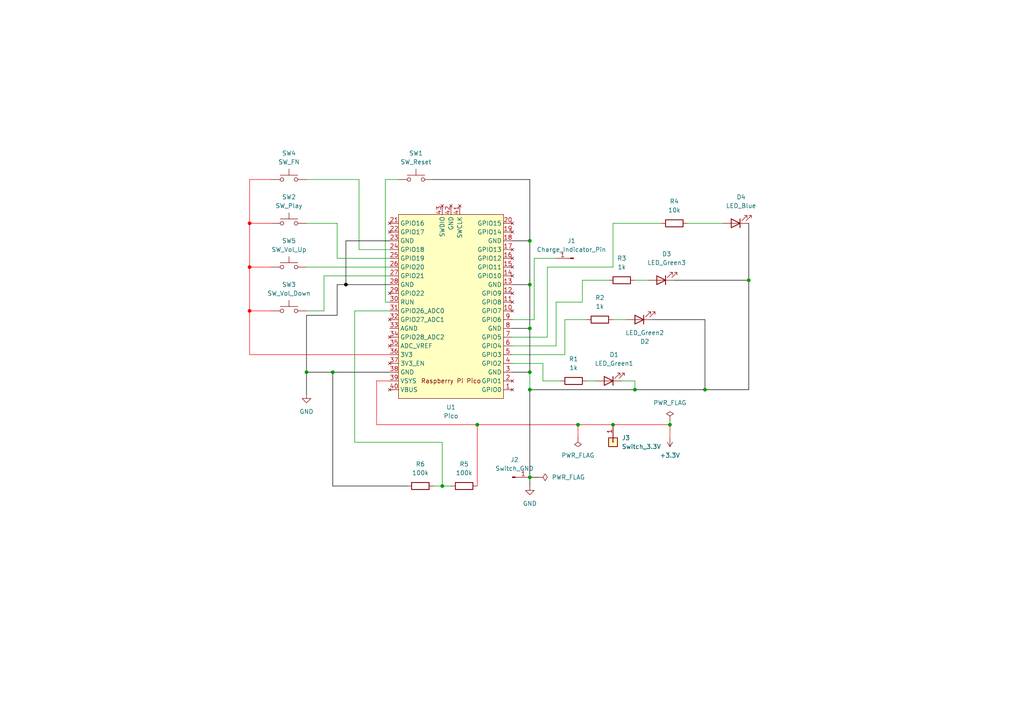
<source format=kicad_sch>
(kicad_sch (version 20230121) (generator eeschema)

  (uuid 99107eca-4d1f-4815-90b8-9905935bdf09)

  (paper "A4")

  (title_block
    (title "Raspberry PI Pico HID Remote")
    (date "2023-10-25")
    (rev "2.0.0")
    (company "Vlad Balmos")
  )

  (lib_symbols
    (symbol "Connector:Conn_01x01_Pin" (pin_names (offset 1.016) hide) (in_bom yes) (on_board yes)
      (property "Reference" "J" (at 0 2.54 0)
        (effects (font (size 1.27 1.27)))
      )
      (property "Value" "Conn_01x01_Pin" (at 0 -2.54 0)
        (effects (font (size 1.27 1.27)))
      )
      (property "Footprint" "" (at 0 0 0)
        (effects (font (size 1.27 1.27)) hide)
      )
      (property "Datasheet" "~" (at 0 0 0)
        (effects (font (size 1.27 1.27)) hide)
      )
      (property "ki_locked" "" (at 0 0 0)
        (effects (font (size 1.27 1.27)))
      )
      (property "ki_keywords" "connector" (at 0 0 0)
        (effects (font (size 1.27 1.27)) hide)
      )
      (property "ki_description" "Generic connector, single row, 01x01, script generated" (at 0 0 0)
        (effects (font (size 1.27 1.27)) hide)
      )
      (property "ki_fp_filters" "Connector*:*_1x??_*" (at 0 0 0)
        (effects (font (size 1.27 1.27)) hide)
      )
      (symbol "Conn_01x01_Pin_1_1"
        (polyline
          (pts
            (xy 1.27 0)
            (xy 0.8636 0)
          )
          (stroke (width 0.1524) (type default))
          (fill (type none))
        )
        (rectangle (start 0.8636 0.127) (end 0 -0.127)
          (stroke (width 0.1524) (type default))
          (fill (type outline))
        )
        (pin passive line (at 5.08 0 180) (length 3.81)
          (name "Pin_1" (effects (font (size 1.27 1.27))))
          (number "1" (effects (font (size 1.27 1.27))))
        )
      )
    )
    (symbol "Connector_Generic:Conn_01x01" (pin_names (offset 1.016) hide) (in_bom yes) (on_board yes)
      (property "Reference" "J" (at 0 2.54 0)
        (effects (font (size 1.27 1.27)))
      )
      (property "Value" "Conn_01x01" (at 0 -2.54 0)
        (effects (font (size 1.27 1.27)))
      )
      (property "Footprint" "" (at 0 0 0)
        (effects (font (size 1.27 1.27)) hide)
      )
      (property "Datasheet" "~" (at 0 0 0)
        (effects (font (size 1.27 1.27)) hide)
      )
      (property "ki_keywords" "connector" (at 0 0 0)
        (effects (font (size 1.27 1.27)) hide)
      )
      (property "ki_description" "Generic connector, single row, 01x01, script generated (kicad-library-utils/schlib/autogen/connector/)" (at 0 0 0)
        (effects (font (size 1.27 1.27)) hide)
      )
      (property "ki_fp_filters" "Connector*:*_1x??_*" (at 0 0 0)
        (effects (font (size 1.27 1.27)) hide)
      )
      (symbol "Conn_01x01_1_1"
        (rectangle (start -1.27 0.127) (end 0 -0.127)
          (stroke (width 0.1524) (type default))
          (fill (type none))
        )
        (rectangle (start -1.27 1.27) (end 1.27 -1.27)
          (stroke (width 0.254) (type default))
          (fill (type background))
        )
        (pin passive line (at -5.08 0 0) (length 3.81)
          (name "Pin_1" (effects (font (size 1.27 1.27))))
          (number "1" (effects (font (size 1.27 1.27))))
        )
      )
    )
    (symbol "Device:LED" (pin_numbers hide) (pin_names (offset 1.016) hide) (in_bom yes) (on_board yes)
      (property "Reference" "D" (at 0 2.54 0)
        (effects (font (size 1.27 1.27)))
      )
      (property "Value" "LED" (at 0 -2.54 0)
        (effects (font (size 1.27 1.27)))
      )
      (property "Footprint" "" (at 0 0 0)
        (effects (font (size 1.27 1.27)) hide)
      )
      (property "Datasheet" "~" (at 0 0 0)
        (effects (font (size 1.27 1.27)) hide)
      )
      (property "ki_keywords" "LED diode" (at 0 0 0)
        (effects (font (size 1.27 1.27)) hide)
      )
      (property "ki_description" "Light emitting diode" (at 0 0 0)
        (effects (font (size 1.27 1.27)) hide)
      )
      (property "ki_fp_filters" "LED* LED_SMD:* LED_THT:*" (at 0 0 0)
        (effects (font (size 1.27 1.27)) hide)
      )
      (symbol "LED_0_1"
        (polyline
          (pts
            (xy -1.27 -1.27)
            (xy -1.27 1.27)
          )
          (stroke (width 0.254) (type default))
          (fill (type none))
        )
        (polyline
          (pts
            (xy -1.27 0)
            (xy 1.27 0)
          )
          (stroke (width 0) (type default))
          (fill (type none))
        )
        (polyline
          (pts
            (xy 1.27 -1.27)
            (xy 1.27 1.27)
            (xy -1.27 0)
            (xy 1.27 -1.27)
          )
          (stroke (width 0.254) (type default))
          (fill (type none))
        )
        (polyline
          (pts
            (xy -3.048 -0.762)
            (xy -4.572 -2.286)
            (xy -3.81 -2.286)
            (xy -4.572 -2.286)
            (xy -4.572 -1.524)
          )
          (stroke (width 0) (type default))
          (fill (type none))
        )
        (polyline
          (pts
            (xy -1.778 -0.762)
            (xy -3.302 -2.286)
            (xy -2.54 -2.286)
            (xy -3.302 -2.286)
            (xy -3.302 -1.524)
          )
          (stroke (width 0) (type default))
          (fill (type none))
        )
      )
      (symbol "LED_1_1"
        (pin passive line (at -3.81 0 0) (length 2.54)
          (name "K" (effects (font (size 1.27 1.27))))
          (number "1" (effects (font (size 1.27 1.27))))
        )
        (pin passive line (at 3.81 0 180) (length 2.54)
          (name "A" (effects (font (size 1.27 1.27))))
          (number "2" (effects (font (size 1.27 1.27))))
        )
      )
    )
    (symbol "Device:R" (pin_numbers hide) (pin_names (offset 0)) (in_bom yes) (on_board yes)
      (property "Reference" "R" (at 2.032 0 90)
        (effects (font (size 1.27 1.27)))
      )
      (property "Value" "R" (at 0 0 90)
        (effects (font (size 1.27 1.27)))
      )
      (property "Footprint" "" (at -1.778 0 90)
        (effects (font (size 1.27 1.27)) hide)
      )
      (property "Datasheet" "~" (at 0 0 0)
        (effects (font (size 1.27 1.27)) hide)
      )
      (property "ki_keywords" "R res resistor" (at 0 0 0)
        (effects (font (size 1.27 1.27)) hide)
      )
      (property "ki_description" "Resistor" (at 0 0 0)
        (effects (font (size 1.27 1.27)) hide)
      )
      (property "ki_fp_filters" "R_*" (at 0 0 0)
        (effects (font (size 1.27 1.27)) hide)
      )
      (symbol "R_0_1"
        (rectangle (start -1.016 -2.54) (end 1.016 2.54)
          (stroke (width 0.254) (type default))
          (fill (type none))
        )
      )
      (symbol "R_1_1"
        (pin passive line (at 0 3.81 270) (length 1.27)
          (name "~" (effects (font (size 1.27 1.27))))
          (number "1" (effects (font (size 1.27 1.27))))
        )
        (pin passive line (at 0 -3.81 90) (length 1.27)
          (name "~" (effects (font (size 1.27 1.27))))
          (number "2" (effects (font (size 1.27 1.27))))
        )
      )
    )
    (symbol "MCU_RaspberryPi_and_Boards:Pico" (in_bom yes) (on_board yes)
      (property "Reference" "U1" (at 0 29.21 0)
        (effects (font (size 1.27 1.27)))
      )
      (property "Value" "Pico" (at 0 31.75 0)
        (effects (font (size 1.27 1.27)))
      )
      (property "Footprint" "RPi_Pico:RPi_Pico_SMD_TH" (at 0 0 90)
        (effects (font (size 1.27 1.27)) hide)
      )
      (property "Datasheet" "" (at 0 0 0)
        (effects (font (size 1.27 1.27)) hide)
      )
      (symbol "Pico_0_0"
        (text "Raspberry Pi Pico" (at 0 21.59 0)
          (effects (font (size 1.27 1.27)))
        )
      )
      (symbol "Pico_0_1"
        (rectangle (start -15.24 26.67) (end 15.24 -26.67)
          (stroke (width 0) (type default))
          (fill (type background))
        )
      )
      (symbol "Pico_1_1"
        (pin no_connect line (at -17.78 24.13 0) (length 2.54)
          (name "GPIO0" (effects (font (size 1.27 1.27))))
          (number "1" (effects (font (size 1.27 1.27))))
        )
        (pin no_connect line (at -17.78 1.27 0) (length 2.54)
          (name "GPIO7" (effects (font (size 1.27 1.27))))
          (number "10" (effects (font (size 1.27 1.27))))
        )
        (pin no_connect line (at -17.78 -1.27 0) (length 2.54)
          (name "GPIO8" (effects (font (size 1.27 1.27))))
          (number "11" (effects (font (size 1.27 1.27))))
        )
        (pin no_connect line (at -17.78 -3.81 0) (length 2.54)
          (name "GPIO9" (effects (font (size 1.27 1.27))))
          (number "12" (effects (font (size 1.27 1.27))))
        )
        (pin bidirectional line (at -17.78 -6.35 0) (length 2.54)
          (name "GND" (effects (font (size 1.27 1.27))))
          (number "13" (effects (font (size 1.27 1.27))))
        )
        (pin no_connect line (at -17.78 -8.89 0) (length 2.54)
          (name "GPIO10" (effects (font (size 1.27 1.27))))
          (number "14" (effects (font (size 1.27 1.27))))
        )
        (pin no_connect line (at -17.78 -11.43 0) (length 2.54)
          (name "GPIO11" (effects (font (size 1.27 1.27))))
          (number "15" (effects (font (size 1.27 1.27))))
        )
        (pin no_connect line (at -17.78 -13.97 0) (length 2.54)
          (name "GPIO12" (effects (font (size 1.27 1.27))))
          (number "16" (effects (font (size 1.27 1.27))))
        )
        (pin no_connect line (at -17.78 -16.51 0) (length 2.54)
          (name "GPIO13" (effects (font (size 1.27 1.27))))
          (number "17" (effects (font (size 1.27 1.27))))
        )
        (pin bidirectional line (at -17.78 -19.05 0) (length 2.54)
          (name "GND" (effects (font (size 1.27 1.27))))
          (number "18" (effects (font (size 1.27 1.27))))
        )
        (pin no_connect line (at -17.78 -21.59 0) (length 2.54)
          (name "GPIO14" (effects (font (size 1.27 1.27))))
          (number "19" (effects (font (size 1.27 1.27))))
        )
        (pin no_connect line (at -17.78 21.59 0) (length 2.54)
          (name "GPIO1" (effects (font (size 1.27 1.27))))
          (number "2" (effects (font (size 1.27 1.27))))
        )
        (pin no_connect line (at -17.78 -24.13 0) (length 2.54)
          (name "GPIO15" (effects (font (size 1.27 1.27))))
          (number "20" (effects (font (size 1.27 1.27))))
        )
        (pin no_connect line (at 17.78 -24.13 180) (length 2.54)
          (name "GPIO16" (effects (font (size 1.27 1.27))))
          (number "21" (effects (font (size 1.27 1.27))))
        )
        (pin no_connect line (at 17.78 -21.59 180) (length 2.54)
          (name "GPIO17" (effects (font (size 1.27 1.27))))
          (number "22" (effects (font (size 1.27 1.27))))
        )
        (pin bidirectional line (at 17.78 -19.05 180) (length 2.54)
          (name "GND" (effects (font (size 1.27 1.27))))
          (number "23" (effects (font (size 1.27 1.27))))
        )
        (pin bidirectional line (at 17.78 -16.51 180) (length 2.54)
          (name "GPIO18" (effects (font (size 1.27 1.27))))
          (number "24" (effects (font (size 1.27 1.27))))
        )
        (pin bidirectional line (at 17.78 -13.97 180) (length 2.54)
          (name "GPIO19" (effects (font (size 1.27 1.27))))
          (number "25" (effects (font (size 1.27 1.27))))
        )
        (pin bidirectional line (at 17.78 -11.43 180) (length 2.54)
          (name "GPIO20" (effects (font (size 1.27 1.27))))
          (number "26" (effects (font (size 1.27 1.27))))
        )
        (pin bidirectional line (at 17.78 -8.89 180) (length 2.54)
          (name "GPIO21" (effects (font (size 1.27 1.27))))
          (number "27" (effects (font (size 1.27 1.27))))
        )
        (pin bidirectional line (at 17.78 -6.35 180) (length 2.54)
          (name "GND" (effects (font (size 1.27 1.27))))
          (number "28" (effects (font (size 1.27 1.27))))
        )
        (pin no_connect line (at 17.78 -3.81 180) (length 2.54)
          (name "GPIO22" (effects (font (size 1.27 1.27))))
          (number "29" (effects (font (size 1.27 1.27))))
        )
        (pin bidirectional line (at -17.78 19.05 0) (length 2.54)
          (name "GND" (effects (font (size 1.27 1.27))))
          (number "3" (effects (font (size 1.27 1.27))))
        )
        (pin input line (at 17.78 -1.27 180) (length 2.54)
          (name "RUN" (effects (font (size 1.27 1.27))))
          (number "30" (effects (font (size 1.27 1.27))))
        )
        (pin bidirectional line (at 17.78 1.27 180) (length 2.54)
          (name "GPIO26_ADC0" (effects (font (size 1.27 1.27))))
          (number "31" (effects (font (size 1.27 1.27))))
        )
        (pin no_connect line (at 17.78 3.81 180) (length 2.54)
          (name "GPIO27_ADC1" (effects (font (size 1.27 1.27))))
          (number "32" (effects (font (size 1.27 1.27))))
        )
        (pin bidirectional line (at 17.78 6.35 180) (length 2.54)
          (name "AGND" (effects (font (size 1.27 1.27))))
          (number "33" (effects (font (size 1.27 1.27))))
        )
        (pin no_connect line (at 17.78 8.89 180) (length 2.54)
          (name "GPIO28_ADC2" (effects (font (size 1.27 1.27))))
          (number "34" (effects (font (size 1.27 1.27))))
        )
        (pin no_connect line (at 17.78 11.43 180) (length 2.54)
          (name "ADC_VREF" (effects (font (size 1.27 1.27))))
          (number "35" (effects (font (size 1.27 1.27))))
        )
        (pin power_out line (at 17.78 13.97 180) (length 2.54)
          (name "3V3" (effects (font (size 1.27 1.27))))
          (number "36" (effects (font (size 1.27 1.27))))
        )
        (pin no_connect line (at 17.78 16.51 180) (length 2.54)
          (name "3V3_EN" (effects (font (size 1.27 1.27))))
          (number "37" (effects (font (size 1.27 1.27))))
        )
        (pin bidirectional line (at 17.78 19.05 180) (length 2.54)
          (name "GND" (effects (font (size 1.27 1.27))))
          (number "38" (effects (font (size 1.27 1.27))))
        )
        (pin power_in line (at 17.78 21.59 180) (length 2.54)
          (name "VSYS" (effects (font (size 1.27 1.27))))
          (number "39" (effects (font (size 1.27 1.27))))
        )
        (pin bidirectional line (at -17.78 16.51 0) (length 2.54)
          (name "GPIO2" (effects (font (size 1.27 1.27))))
          (number "4" (effects (font (size 1.27 1.27))))
        )
        (pin no_connect line (at 17.78 24.13 180) (length 2.54)
          (name "VBUS" (effects (font (size 1.27 1.27))))
          (number "40" (effects (font (size 1.27 1.27))))
        )
        (pin no_connect line (at -2.54 -29.21 90) (length 2.54)
          (name "SWCLK" (effects (font (size 1.27 1.27))))
          (number "41" (effects (font (size 1.27 1.27))))
        )
        (pin no_connect line (at 0 -29.21 90) (length 2.54)
          (name "GND" (effects (font (size 1.27 1.27))))
          (number "42" (effects (font (size 1.27 1.27))))
        )
        (pin no_connect line (at 2.54 -29.21 90) (length 2.54)
          (name "SWDIO" (effects (font (size 1.27 1.27))))
          (number "43" (effects (font (size 1.27 1.27))))
        )
        (pin bidirectional line (at -17.78 13.97 0) (length 2.54)
          (name "GPIO3" (effects (font (size 1.27 1.27))))
          (number "5" (effects (font (size 1.27 1.27))))
        )
        (pin bidirectional line (at -17.78 11.43 0) (length 2.54)
          (name "GPIO4" (effects (font (size 1.27 1.27))))
          (number "6" (effects (font (size 1.27 1.27))))
        )
        (pin bidirectional line (at -17.78 8.89 0) (length 2.54)
          (name "GPIO5" (effects (font (size 1.27 1.27))))
          (number "7" (effects (font (size 1.27 1.27))))
        )
        (pin bidirectional line (at -17.78 6.35 0) (length 2.54)
          (name "GND" (effects (font (size 1.27 1.27))))
          (number "8" (effects (font (size 1.27 1.27))))
        )
        (pin bidirectional line (at -17.78 3.81 0) (length 2.54)
          (name "GPIO6" (effects (font (size 1.27 1.27))))
          (number "9" (effects (font (size 1.27 1.27))))
        )
      )
    )
    (symbol "PWR_FLAG_1" (power) (pin_numbers hide) (pin_names (offset 0) hide) (in_bom yes) (on_board yes)
      (property "Reference" "#FLG02" (at 0 1.905 0)
        (effects (font (size 1.27 1.27)) hide)
      )
      (property "Value" "PWR_FLAG_1" (at 0 3.81 90)
        (effects (font (size 1.27 1.27)) (justify left))
      )
      (property "Footprint" "" (at 0 0 0)
        (effects (font (size 1.27 1.27)) hide)
      )
      (property "Datasheet" "~" (at 0 0 0)
        (effects (font (size 1.27 1.27)) hide)
      )
      (property "ki_keywords" "flag power" (at 0 0 0)
        (effects (font (size 1.27 1.27)) hide)
      )
      (property "ki_description" "Special symbol for telling ERC where power comes from" (at 0 0 0)
        (effects (font (size 1.27 1.27)) hide)
      )
      (symbol "PWR_FLAG_1_0_1"
        (polyline
          (pts
            (xy 0 0)
            (xy 0 1.27)
            (xy -1.016 1.905)
            (xy 0 2.54)
            (xy 1.016 1.905)
            (xy 0 1.27)
          )
          (stroke (width 0) (type default))
          (fill (type none))
        )
      )
      (symbol "PWR_FLAG_1_1_0"
        (pin power_out line (at 0 0 90) (length 0)
          (name "pwr" (effects (font (size 1.27 1.27))))
          (number "1" (effects (font (size 1.27 1.27))))
        )
      )
    )
    (symbol "Switch:SW_Push" (pin_numbers hide) (pin_names (offset 1.016) hide) (in_bom yes) (on_board yes)
      (property "Reference" "SW" (at 1.27 2.54 0)
        (effects (font (size 1.27 1.27)) (justify left))
      )
      (property "Value" "SW_Push" (at 0 -1.524 0)
        (effects (font (size 1.27 1.27)))
      )
      (property "Footprint" "" (at 0 5.08 0)
        (effects (font (size 1.27 1.27)) hide)
      )
      (property "Datasheet" "~" (at 0 5.08 0)
        (effects (font (size 1.27 1.27)) hide)
      )
      (property "ki_keywords" "switch normally-open pushbutton push-button" (at 0 0 0)
        (effects (font (size 1.27 1.27)) hide)
      )
      (property "ki_description" "Push button switch, generic, two pins" (at 0 0 0)
        (effects (font (size 1.27 1.27)) hide)
      )
      (symbol "SW_Push_0_1"
        (circle (center -2.032 0) (radius 0.508)
          (stroke (width 0) (type default))
          (fill (type none))
        )
        (polyline
          (pts
            (xy 0 1.27)
            (xy 0 3.048)
          )
          (stroke (width 0) (type default))
          (fill (type none))
        )
        (polyline
          (pts
            (xy 2.54 1.27)
            (xy -2.54 1.27)
          )
          (stroke (width 0) (type default))
          (fill (type none))
        )
        (circle (center 2.032 0) (radius 0.508)
          (stroke (width 0) (type default))
          (fill (type none))
        )
        (pin passive line (at -5.08 0 0) (length 2.54)
          (name "1" (effects (font (size 1.27 1.27))))
          (number "1" (effects (font (size 1.27 1.27))))
        )
        (pin passive line (at 5.08 0 180) (length 2.54)
          (name "2" (effects (font (size 1.27 1.27))))
          (number "2" (effects (font (size 1.27 1.27))))
        )
      )
    )
    (symbol "power:+3.3V" (power) (pin_names (offset 0)) (in_bom yes) (on_board yes)
      (property "Reference" "#PWR" (at 0 -3.81 0)
        (effects (font (size 1.27 1.27)) hide)
      )
      (property "Value" "+3.3V" (at 0 3.556 0)
        (effects (font (size 1.27 1.27)))
      )
      (property "Footprint" "" (at 0 0 0)
        (effects (font (size 1.27 1.27)) hide)
      )
      (property "Datasheet" "" (at 0 0 0)
        (effects (font (size 1.27 1.27)) hide)
      )
      (property "ki_keywords" "global power" (at 0 0 0)
        (effects (font (size 1.27 1.27)) hide)
      )
      (property "ki_description" "Power symbol creates a global label with name \"+3.3V\"" (at 0 0 0)
        (effects (font (size 1.27 1.27)) hide)
      )
      (symbol "+3.3V_0_1"
        (polyline
          (pts
            (xy -0.762 1.27)
            (xy 0 2.54)
          )
          (stroke (width 0) (type default))
          (fill (type none))
        )
        (polyline
          (pts
            (xy 0 0)
            (xy 0 2.54)
          )
          (stroke (width 0) (type default))
          (fill (type none))
        )
        (polyline
          (pts
            (xy 0 2.54)
            (xy 0.762 1.27)
          )
          (stroke (width 0) (type default))
          (fill (type none))
        )
      )
      (symbol "+3.3V_1_1"
        (pin power_in line (at 0 0 90) (length 0) hide
          (name "+3.3V" (effects (font (size 1.27 1.27))))
          (number "1" (effects (font (size 1.27 1.27))))
        )
      )
    )
    (symbol "power:GND" (power) (pin_names (offset 0)) (in_bom yes) (on_board yes)
      (property "Reference" "#PWR" (at 0 -6.35 0)
        (effects (font (size 1.27 1.27)) hide)
      )
      (property "Value" "GND" (at 0 -3.81 0)
        (effects (font (size 1.27 1.27)))
      )
      (property "Footprint" "" (at 0 0 0)
        (effects (font (size 1.27 1.27)) hide)
      )
      (property "Datasheet" "" (at 0 0 0)
        (effects (font (size 1.27 1.27)) hide)
      )
      (property "ki_keywords" "global power" (at 0 0 0)
        (effects (font (size 1.27 1.27)) hide)
      )
      (property "ki_description" "Power symbol creates a global label with name \"GND\" , ground" (at 0 0 0)
        (effects (font (size 1.27 1.27)) hide)
      )
      (symbol "GND_0_1"
        (polyline
          (pts
            (xy 0 0)
            (xy 0 -1.27)
            (xy 1.27 -1.27)
            (xy 0 -2.54)
            (xy -1.27 -1.27)
            (xy 0 -1.27)
          )
          (stroke (width 0) (type default))
          (fill (type none))
        )
      )
      (symbol "GND_1_1"
        (pin power_in line (at 0 0 270) (length 0) hide
          (name "GND" (effects (font (size 1.27 1.27))))
          (number "1" (effects (font (size 1.27 1.27))))
        )
      )
    )
    (symbol "power:PWR_FLAG" (power) (pin_numbers hide) (pin_names (offset 0) hide) (in_bom yes) (on_board yes)
      (property "Reference" "#FLG" (at 0 1.905 0)
        (effects (font (size 1.27 1.27)) hide)
      )
      (property "Value" "PWR_FLAG" (at 0 3.81 0)
        (effects (font (size 1.27 1.27)))
      )
      (property "Footprint" "" (at 0 0 0)
        (effects (font (size 1.27 1.27)) hide)
      )
      (property "Datasheet" "~" (at 0 0 0)
        (effects (font (size 1.27 1.27)) hide)
      )
      (property "ki_keywords" "flag power" (at 0 0 0)
        (effects (font (size 1.27 1.27)) hide)
      )
      (property "ki_description" "Special symbol for telling ERC where power comes from" (at 0 0 0)
        (effects (font (size 1.27 1.27)) hide)
      )
      (symbol "PWR_FLAG_0_0"
        (pin power_out line (at 0 0 90) (length 0)
          (name "pwr" (effects (font (size 1.27 1.27))))
          (number "1" (effects (font (size 1.27 1.27))))
        )
      )
      (symbol "PWR_FLAG_0_1"
        (polyline
          (pts
            (xy 0 0)
            (xy 0 1.27)
            (xy -1.016 1.905)
            (xy 0 2.54)
            (xy 1.016 1.905)
            (xy 0 1.27)
          )
          (stroke (width 0) (type default))
          (fill (type none))
        )
      )
    )
  )

  (junction (at 217.17 81.28) (diameter 0) (color 0 0 0 0)
    (uuid 01796e4c-ed52-4585-967e-a145feb5c51c)
  )
  (junction (at 72.39 90.17) (diameter 0) (color 255 0 0 1)
    (uuid 12f4ef5f-3312-416f-9b5c-d85aff80e6ce)
  )
  (junction (at 153.67 69.85) (diameter 0) (color 0 0 0 0)
    (uuid 232318e3-1d11-47c8-84d4-2b1b4c5703d5)
  )
  (junction (at 153.67 113.03) (diameter 0) (color 0 0 0 0)
    (uuid 394ab3a7-77fc-4e4c-92cf-aca24bae65c8)
  )
  (junction (at 100.33 82.55) (diameter 0) (color 0 0 0 1)
    (uuid 48229b1f-6e35-48f6-8eca-3768a4d680d3)
  )
  (junction (at 177.8 123.19) (diameter 0) (color 0 0 0 0)
    (uuid 49c52447-7e93-4e52-bbd1-ae435084a6d1)
  )
  (junction (at 194.31 123.19) (diameter 0) (color 0 0 0 0)
    (uuid 66c9e8d4-2af1-4e6b-a70d-13e22ee2626a)
  )
  (junction (at 72.39 77.47) (diameter 0) (color 255 0 0 1)
    (uuid 78acb728-60fd-4bb3-bc39-5737a6f344c7)
  )
  (junction (at 72.39 64.77) (diameter 0) (color 255 0 0 1)
    (uuid 7cd0c117-3580-4c85-b5ac-e9077c1babd5)
  )
  (junction (at 153.67 95.25) (diameter 0) (color 0 0 0 0)
    (uuid 8aae6a92-ffa6-4778-8ff6-bcf23d00daa4)
  )
  (junction (at 153.67 138.43) (diameter 0) (color 0 0 0 0)
    (uuid 8bddf5d5-5490-44dd-b07e-9b1dc0e85251)
  )
  (junction (at 88.9 107.95) (diameter 0) (color 0 0 0 0)
    (uuid 94e12c5a-1a8d-4040-afbb-d0457986be34)
  )
  (junction (at 153.67 82.55) (diameter 0) (color 0 0 0 0)
    (uuid 97922013-19ed-4795-b70a-90c07e700415)
  )
  (junction (at 138.43 123.19) (diameter 0) (color 0 0 0 0)
    (uuid 9c3d3dc2-92b6-4a65-b948-81bd0067eec4)
  )
  (junction (at 204.47 113.03) (diameter 0) (color 0 0 0 0)
    (uuid a89aa314-d453-48c2-ac8e-815ad303ceda)
  )
  (junction (at 184.15 113.03) (diameter 0) (color 0 0 0 0)
    (uuid cc9e812b-a7af-4db7-9203-4fae4e516142)
  )
  (junction (at 167.64 123.19) (diameter 0) (color 0 0 0 0)
    (uuid ce284cb5-dd18-4ae3-bd9a-175007113d4b)
  )
  (junction (at 96.52 107.95) (diameter 0) (color 0 0 0 0)
    (uuid e6f7c25e-4b56-4415-8c80-2cba2c49bb7e)
  )
  (junction (at 128.27 140.97) (diameter 0) (color 0 0 0 0)
    (uuid eaa2d046-b33a-40be-a27b-568eeca92cca)
  )
  (junction (at 153.67 107.95) (diameter 0) (color 0 0 0 0)
    (uuid ecf3c741-bec1-4dcf-88f0-bf1b3009c2e9)
  )

  (wire (pts (xy 167.64 123.19) (xy 177.8 123.19))
    (stroke (width 0) (type default) (color 255 0 0 1))
    (uuid 0170c215-021f-44fc-810e-f80e2a60e76d)
  )
  (wire (pts (xy 184.15 81.28) (xy 187.96 81.28))
    (stroke (width 0) (type default))
    (uuid 041fb485-f3ca-4d18-914c-f9ffc4a9a68a)
  )
  (wire (pts (xy 161.29 87.63) (xy 168.91 87.63))
    (stroke (width 0) (type default))
    (uuid 0588729b-2ae4-48ff-879c-60dfa73c3d84)
  )
  (wire (pts (xy 184.15 110.49) (xy 184.15 113.03))
    (stroke (width 0) (type default))
    (uuid 07f8d1b8-ccf5-4de9-a7d2-d98e1e8043a9)
  )
  (wire (pts (xy 113.03 82.55) (xy 100.33 82.55))
    (stroke (width 0) (type default) (color 0 0 0 1))
    (uuid 0908c0c0-9894-4afe-b3ee-6e5acd8361c5)
  )
  (wire (pts (xy 113.03 110.49) (xy 109.22 110.49))
    (stroke (width 0) (type default) (color 255 0 0 1))
    (uuid 0c676a60-1dbb-4dc7-aedb-8c8811eb46c9)
  )
  (wire (pts (xy 72.39 64.77) (xy 78.74 64.77))
    (stroke (width 0) (type default) (color 255 0 0 1))
    (uuid 12fd4b2e-20cb-4de7-8975-32e2849e293c)
  )
  (wire (pts (xy 93.98 80.01) (xy 113.03 80.01))
    (stroke (width 0) (type default))
    (uuid 1521aaa2-db6f-4693-9228-ad1be3f2e33c)
  )
  (wire (pts (xy 153.67 69.85) (xy 148.59 69.85))
    (stroke (width 0) (type default) (color 0 0 0 1))
    (uuid 16c3baf0-ae03-4ae6-852f-6f441d75a6b4)
  )
  (wire (pts (xy 177.8 123.19) (xy 194.31 123.19))
    (stroke (width 0) (type default) (color 255 0 0 1))
    (uuid 1bb62984-302b-4034-9c1c-6f5bc89dc1ef)
  )
  (wire (pts (xy 72.39 90.17) (xy 78.74 90.17))
    (stroke (width 0) (type default) (color 255 0 0 1))
    (uuid 233ee2d6-8060-4ad2-8df3-58df52545cbb)
  )
  (wire (pts (xy 72.39 102.87) (xy 113.03 102.87))
    (stroke (width 0) (type default) (color 255 0 0 1))
    (uuid 2e02ca61-f8f9-4c7c-888e-c92766edea53)
  )
  (wire (pts (xy 88.9 107.95) (xy 88.9 114.3))
    (stroke (width 0) (type default) (color 0 0 0 1))
    (uuid 2e6c6f62-a13d-4d65-978c-44f4ee40ad5a)
  )
  (wire (pts (xy 157.48 105.41) (xy 148.59 105.41))
    (stroke (width 0) (type default))
    (uuid 2fa72702-04d7-43dd-913a-136f15a74b44)
  )
  (wire (pts (xy 194.31 123.19) (xy 194.31 127))
    (stroke (width 0) (type default) (color 255 0 0 1))
    (uuid 323c8fb0-c189-4a6f-890e-64f02d123e07)
  )
  (wire (pts (xy 102.87 128.27) (xy 128.27 128.27))
    (stroke (width 0) (type default))
    (uuid 3399eb36-dd66-41ff-938f-5b186480d746)
  )
  (wire (pts (xy 163.83 92.71) (xy 170.18 92.71))
    (stroke (width 0) (type default))
    (uuid 36d76935-ae3e-47d6-9bfd-9c5433e948e7)
  )
  (wire (pts (xy 153.67 113.03) (xy 153.67 138.43))
    (stroke (width 0) (type default) (color 0 0 0 1))
    (uuid 3a4ac9f6-9848-474d-8a4f-d4cd7db9f487)
  )
  (wire (pts (xy 88.9 64.77) (xy 97.79 64.77))
    (stroke (width 0) (type default))
    (uuid 3bb2fcc7-4097-4949-902b-dfb616f00ba8)
  )
  (wire (pts (xy 194.31 121.92) (xy 194.31 123.19))
    (stroke (width 0) (type default))
    (uuid 4316c9e7-4667-4398-9f2b-5918535b5fa3)
  )
  (wire (pts (xy 111.76 87.63) (xy 113.03 87.63))
    (stroke (width 0) (type default))
    (uuid 4921b96c-6ba9-49c5-8311-07a103bc25bf)
  )
  (wire (pts (xy 217.17 64.77) (xy 217.17 81.28))
    (stroke (width 0) (type default) (color 0 0 0 1))
    (uuid 49b4da63-387e-4d6b-8daf-710c945318dc)
  )
  (wire (pts (xy 72.39 77.47) (xy 72.39 90.17))
    (stroke (width 0) (type default) (color 255 0 0 1))
    (uuid 49b79f64-54ba-49fc-b679-437e1b27e3ed)
  )
  (wire (pts (xy 96.52 107.95) (xy 88.9 107.95))
    (stroke (width 0) (type default) (color 0 0 0 1))
    (uuid 4b0c6c05-d14e-410f-8047-ba628622545a)
  )
  (wire (pts (xy 148.59 100.33) (xy 161.29 100.33))
    (stroke (width 0) (type default))
    (uuid 4c7a2cf2-90fb-4ceb-8daf-50f70ce57ea1)
  )
  (wire (pts (xy 100.33 69.85) (xy 100.33 82.55))
    (stroke (width 0) (type default) (color 0 0 0 1))
    (uuid 4da63883-9ffa-4fe8-937d-8f9ca7ff45e5)
  )
  (wire (pts (xy 109.22 123.19) (xy 138.43 123.19))
    (stroke (width 0) (type default) (color 255 0 0 1))
    (uuid 4f5b3437-048c-4645-b75c-9bd6aa607732)
  )
  (wire (pts (xy 148.59 82.55) (xy 153.67 82.55))
    (stroke (width 0) (type default) (color 0 0 0 1))
    (uuid 51577051-392c-45d0-a4b6-735948dfbaac)
  )
  (wire (pts (xy 148.59 95.25) (xy 153.67 95.25))
    (stroke (width 0) (type default) (color 0 0 0 1))
    (uuid 51bc149a-81f7-4be2-8ec3-3c5c6a83ee6b)
  )
  (wire (pts (xy 157.48 110.49) (xy 157.48 105.41))
    (stroke (width 0) (type default))
    (uuid 54d58df7-3ead-4686-8152-32cfd16690b7)
  )
  (wire (pts (xy 115.57 52.07) (xy 111.76 52.07))
    (stroke (width 0) (type default))
    (uuid 55ff5b1d-6701-4b08-b90f-ffcd81ed990b)
  )
  (wire (pts (xy 100.33 82.55) (xy 97.79 82.55))
    (stroke (width 0) (type default) (color 0 0 0 1))
    (uuid 5a9a8caa-2702-4eb3-a60a-580ca11af4f3)
  )
  (wire (pts (xy 113.03 107.95) (xy 96.52 107.95))
    (stroke (width 0) (type default) (color 0 0 0 1))
    (uuid 5e05ec8d-6793-4c56-a162-e8b76b278732)
  )
  (wire (pts (xy 161.29 100.33) (xy 161.29 87.63))
    (stroke (width 0) (type default))
    (uuid 65d48062-8eaa-4059-b81c-86431d0b9aa7)
  )
  (wire (pts (xy 113.03 69.85) (xy 100.33 69.85))
    (stroke (width 0) (type default) (color 0 0 0 1))
    (uuid 674143aa-403d-4eb2-9063-21f318786d64)
  )
  (wire (pts (xy 111.76 52.07) (xy 111.76 87.63))
    (stroke (width 0) (type default))
    (uuid 6823558f-4176-4309-9f76-734ebe3952fe)
  )
  (wire (pts (xy 109.22 110.49) (xy 109.22 123.19))
    (stroke (width 0) (type default) (color 255 0 0 1))
    (uuid 71ffcedb-ccd6-4858-863f-8a234d4998f7)
  )
  (wire (pts (xy 153.67 82.55) (xy 153.67 95.25))
    (stroke (width 0) (type default) (color 0 0 0 1))
    (uuid 7252a5df-9c05-4f01-ae2a-9590a9abc56c)
  )
  (wire (pts (xy 153.67 52.07) (xy 153.67 69.85))
    (stroke (width 0) (type default) (color 0 0 0 1))
    (uuid 72c7fcf8-d27b-4ddb-b195-8e84793c490a)
  )
  (wire (pts (xy 163.83 102.87) (xy 163.83 92.71))
    (stroke (width 0) (type default))
    (uuid 74eab2c0-f0dd-40b6-a323-30524fe4cf8d)
  )
  (wire (pts (xy 125.73 140.97) (xy 128.27 140.97))
    (stroke (width 0) (type default))
    (uuid 76b68e31-a7aa-4925-bb31-32864804d436)
  )
  (wire (pts (xy 195.58 81.28) (xy 217.17 81.28))
    (stroke (width 0) (type default) (color 0 0 0 1))
    (uuid 77fa82d5-2bb1-4d12-a885-b6bbcff0db93)
  )
  (wire (pts (xy 184.15 113.03) (xy 153.67 113.03))
    (stroke (width 0) (type default) (color 0 0 0 1))
    (uuid 781f028c-28fa-486c-a941-d3eda969868a)
  )
  (wire (pts (xy 204.47 113.03) (xy 184.15 113.03))
    (stroke (width 0) (type default) (color 0 0 0 1))
    (uuid 7b57e079-0e7e-4c29-a365-c2dcd3bac6dd)
  )
  (wire (pts (xy 153.67 69.85) (xy 153.67 82.55))
    (stroke (width 0) (type default) (color 0 0 0 1))
    (uuid 7c3dbe61-ae53-43d1-8c20-27e111741921)
  )
  (wire (pts (xy 154.94 74.93) (xy 161.29 74.93))
    (stroke (width 0) (type default))
    (uuid 7d776cfb-e6f3-4ad7-8b63-7e49028617fc)
  )
  (wire (pts (xy 72.39 64.77) (xy 72.39 77.47))
    (stroke (width 0) (type default) (color 255 0 0 1))
    (uuid 7f166f72-bcd4-4c15-a1d1-c181fa8f4ada)
  )
  (wire (pts (xy 177.8 77.47) (xy 177.8 64.77))
    (stroke (width 0) (type default))
    (uuid 80b60c62-b2c2-42b3-92ee-f65910559292)
  )
  (wire (pts (xy 153.67 138.43) (xy 156.21 138.43))
    (stroke (width 0) (type default) (color 0 0 0 1))
    (uuid 85330904-64e8-4752-9db8-8b944014cec3)
  )
  (wire (pts (xy 96.52 107.95) (xy 96.52 140.97))
    (stroke (width 0) (type default) (color 0 0 0 1))
    (uuid 8b9fa013-dba6-40c1-b87b-9735d345ec1e)
  )
  (wire (pts (xy 97.79 91.44) (xy 88.9 91.44))
    (stroke (width 0) (type default) (color 0 0 0 1))
    (uuid 91c11eeb-ddcd-4dd7-8c2d-0ca63c2e2f85)
  )
  (wire (pts (xy 153.67 113.03) (xy 153.67 107.95))
    (stroke (width 0) (type default))
    (uuid 9543ef66-ff03-4cc2-878b-a3f20ddda6d7)
  )
  (wire (pts (xy 154.94 92.71) (xy 148.59 92.71))
    (stroke (width 0) (type default))
    (uuid 9675cce5-809e-45b3-a7d0-7d6c63a9bc1b)
  )
  (wire (pts (xy 113.03 72.39) (xy 104.14 72.39))
    (stroke (width 0) (type default))
    (uuid 976b765c-c8b0-4c9d-a498-294900fafa8e)
  )
  (wire (pts (xy 97.79 82.55) (xy 97.79 91.44))
    (stroke (width 0) (type default) (color 0 0 0 1))
    (uuid 9aac20ff-b5d6-47b8-afaa-8f78c6ec6e06)
  )
  (wire (pts (xy 138.43 123.19) (xy 138.43 140.97))
    (stroke (width 0) (type default) (color 255 0 0 1))
    (uuid 9db98a86-b26c-4da3-ab71-82d93fbd26ad)
  )
  (wire (pts (xy 72.39 52.07) (xy 72.39 64.77))
    (stroke (width 0) (type default) (color 255 0 0 1))
    (uuid 9f4fc70f-30b5-4e7c-ac4d-91be0fcc19f0)
  )
  (wire (pts (xy 104.14 72.39) (xy 104.14 52.07))
    (stroke (width 0) (type default))
    (uuid a098b602-1821-414c-8c6f-53fb2970bdfd)
  )
  (wire (pts (xy 158.75 97.79) (xy 158.75 77.47))
    (stroke (width 0) (type default))
    (uuid a38f8229-d56a-4b3d-ab67-6f82af4af819)
  )
  (wire (pts (xy 93.98 90.17) (xy 88.9 90.17))
    (stroke (width 0) (type default))
    (uuid a90afabc-5a89-4ea6-ab4f-ac44919b65c2)
  )
  (wire (pts (xy 217.17 113.03) (xy 204.47 113.03))
    (stroke (width 0) (type default) (color 0 0 0 1))
    (uuid aaa4cd63-cc3f-4eec-af67-9b248b99cfc8)
  )
  (wire (pts (xy 167.64 123.19) (xy 167.64 127))
    (stroke (width 0) (type default) (color 255 0 0 1))
    (uuid ab5d2d24-f92a-4e73-ab2f-1b308ed6e7ab)
  )
  (wire (pts (xy 177.8 64.77) (xy 191.77 64.77))
    (stroke (width 0) (type default))
    (uuid ac62887a-8b9e-4af7-b329-aaf9920c378b)
  )
  (wire (pts (xy 72.39 90.17) (xy 72.39 102.87))
    (stroke (width 0) (type default) (color 255 0 0 1))
    (uuid b923437d-8f20-41c5-b130-9d2a34ba1f00)
  )
  (wire (pts (xy 88.9 77.47) (xy 113.03 77.47))
    (stroke (width 0) (type default))
    (uuid b985e5fe-7c89-4d26-927b-b1f4bce3f6a1)
  )
  (wire (pts (xy 204.47 92.71) (xy 204.47 113.03))
    (stroke (width 0) (type default) (color 0 0 0 1))
    (uuid bb34fae7-795f-4bc1-8e71-df2ef49eacfd)
  )
  (wire (pts (xy 148.59 97.79) (xy 158.75 97.79))
    (stroke (width 0) (type default))
    (uuid bd953741-c25d-4aee-830b-cbe31a2e229f)
  )
  (wire (pts (xy 72.39 77.47) (xy 78.74 77.47))
    (stroke (width 0) (type default) (color 255 0 0 1))
    (uuid be8e4bc6-111e-4b2b-96f1-b35acf86ae72)
  )
  (wire (pts (xy 72.39 52.07) (xy 78.74 52.07))
    (stroke (width 0) (type default) (color 255 0 0 1))
    (uuid be9018fe-634e-4216-a319-dcc8e989e7df)
  )
  (wire (pts (xy 189.23 92.71) (xy 204.47 92.71))
    (stroke (width 0) (type default) (color 0 0 0 1))
    (uuid bfd5977f-72b8-434e-8489-9820a4d07bdf)
  )
  (wire (pts (xy 97.79 64.77) (xy 97.79 74.93))
    (stroke (width 0) (type default))
    (uuid c3ed9073-fab9-4082-93c2-d4e8030f0955)
  )
  (wire (pts (xy 153.67 107.95) (xy 148.59 107.95))
    (stroke (width 0) (type default) (color 0 0 0 1))
    (uuid c46bceeb-425a-40af-9eee-5e19862805b3)
  )
  (wire (pts (xy 153.67 95.25) (xy 153.67 107.95))
    (stroke (width 0) (type default) (color 0 0 0 1))
    (uuid c9d2e164-41eb-4d82-9485-e30fe5fc238f)
  )
  (wire (pts (xy 138.43 123.19) (xy 167.64 123.19))
    (stroke (width 0) (type default) (color 255 0 0 1))
    (uuid cb18d0b2-ebd2-4412-845a-caf52e75764b)
  )
  (wire (pts (xy 93.98 80.01) (xy 93.98 90.17))
    (stroke (width 0) (type default))
    (uuid cb450dc7-6e83-438f-910a-4e858248818f)
  )
  (wire (pts (xy 153.67 138.43) (xy 153.67 140.97))
    (stroke (width 0) (type default) (color 0 0 0 1))
    (uuid cccc0c9a-0dc0-449e-b2df-81ddfd16648e)
  )
  (wire (pts (xy 158.75 77.47) (xy 177.8 77.47))
    (stroke (width 0) (type default))
    (uuid cd2b7499-899c-40c4-b831-fd54b5e5e393)
  )
  (wire (pts (xy 199.39 64.77) (xy 209.55 64.77))
    (stroke (width 0) (type default))
    (uuid d183b676-c14e-4fa5-879f-82743ed2ddc8)
  )
  (wire (pts (xy 168.91 87.63) (xy 168.91 81.28))
    (stroke (width 0) (type default))
    (uuid da91a125-31aa-4481-ab3e-297f543ee7f4)
  )
  (wire (pts (xy 97.79 74.93) (xy 113.03 74.93))
    (stroke (width 0) (type default))
    (uuid daf73d98-5e95-43c6-98a3-2aecabe25582)
  )
  (wire (pts (xy 113.03 90.17) (xy 102.87 90.17))
    (stroke (width 0) (type default))
    (uuid dc9c9a15-f94b-4a9b-96de-886b53b401e0)
  )
  (wire (pts (xy 88.9 91.44) (xy 88.9 107.95))
    (stroke (width 0) (type default) (color 0 0 0 1))
    (uuid dce8bf4c-38a8-4fea-8d9d-3d6714c1bb27)
  )
  (wire (pts (xy 102.87 90.17) (xy 102.87 128.27))
    (stroke (width 0) (type default))
    (uuid dfd60de6-26e0-4927-9505-567763f7c265)
  )
  (wire (pts (xy 104.14 52.07) (xy 88.9 52.07))
    (stroke (width 0) (type default))
    (uuid e342c062-0a71-49ae-8568-cb78824b9996)
  )
  (wire (pts (xy 180.34 110.49) (xy 184.15 110.49))
    (stroke (width 0) (type default))
    (uuid e3c64c62-5295-4c52-ac75-57954911d58e)
  )
  (wire (pts (xy 148.59 102.87) (xy 163.83 102.87))
    (stroke (width 0) (type default))
    (uuid e7be7276-ffaf-45db-b92f-aef039abdbe2)
  )
  (wire (pts (xy 157.48 110.49) (xy 162.56 110.49))
    (stroke (width 0) (type default))
    (uuid e877cd51-57df-4791-9b2a-bac38d3d9e69)
  )
  (wire (pts (xy 217.17 81.28) (xy 217.17 113.03))
    (stroke (width 0) (type default) (color 0 0 0 1))
    (uuid eea0d6cb-2412-4f77-bd07-a4f48bfbd899)
  )
  (wire (pts (xy 170.18 110.49) (xy 172.72 110.49))
    (stroke (width 0) (type default))
    (uuid f04a5220-2fad-484f-bb56-27cb738ba097)
  )
  (wire (pts (xy 125.73 52.07) (xy 153.67 52.07))
    (stroke (width 0) (type default) (color 0 0 0 1))
    (uuid f2dc6b4d-18c6-41b0-890b-9b36b1d47521)
  )
  (wire (pts (xy 128.27 140.97) (xy 130.81 140.97))
    (stroke (width 0) (type default))
    (uuid faf0c232-cb74-4feb-a4a3-73f0000dfa89)
  )
  (wire (pts (xy 177.8 92.71) (xy 181.61 92.71))
    (stroke (width 0) (type default))
    (uuid fc171913-324c-4921-8522-871c13cb0f3d)
  )
  (wire (pts (xy 154.94 74.93) (xy 154.94 92.71))
    (stroke (width 0) (type default))
    (uuid fc6f5b9c-c989-466f-b9fd-875f75cd3dd5)
  )
  (wire (pts (xy 96.52 140.97) (xy 118.11 140.97))
    (stroke (width 0) (type default) (color 0 0 0 1))
    (uuid fd49fc22-f9d1-4058-a3ea-c6a5fc4be59d)
  )
  (wire (pts (xy 168.91 81.28) (xy 176.53 81.28))
    (stroke (width 0) (type default))
    (uuid fdaaa522-d7e9-47ab-9656-e0607428cac7)
  )
  (wire (pts (xy 128.27 128.27) (xy 128.27 140.97))
    (stroke (width 0) (type default))
    (uuid ffe5aa89-6490-4f04-b8e1-9a6901f0f99f)
  )

  (symbol (lib_id "Device:R") (at 134.62 140.97 90) (unit 1)
    (in_bom yes) (on_board yes) (dnp no) (fields_autoplaced)
    (uuid 0951303a-29fc-46fe-a9b8-6b86f0eb4cd6)
    (property "Reference" "R5" (at 134.62 134.62 90)
      (effects (font (size 1.27 1.27)))
    )
    (property "Value" "100k" (at 134.62 137.16 90)
      (effects (font (size 1.27 1.27)))
    )
    (property "Footprint" "Resistor_THT:R_Axial_DIN0207_L6.3mm_D2.5mm_P10.16mm_Horizontal" (at 134.62 142.748 90)
      (effects (font (size 1.27 1.27)) hide)
    )
    (property "Datasheet" "~" (at 134.62 140.97 0)
      (effects (font (size 1.27 1.27)) hide)
    )
    (pin "1" (uuid b5533780-8d5a-4b5c-aeec-46c037eebd4a))
    (pin "2" (uuid 10785e74-cf55-4ac8-9c72-806542d79641))
    (instances
      (project "hid-remote"
        (path "/99107eca-4d1f-4815-90b8-9905935bdf09"
          (reference "R5") (unit 1)
        )
      )
    )
  )

  (symbol (lib_id "Device:R") (at 173.99 92.71 90) (unit 1)
    (in_bom yes) (on_board yes) (dnp no) (fields_autoplaced)
    (uuid 13d1d34b-ba3c-4289-8faa-915c8aa209fb)
    (property "Reference" "R2" (at 173.99 86.36 90)
      (effects (font (size 1.27 1.27)))
    )
    (property "Value" "1k" (at 173.99 88.9 90)
      (effects (font (size 1.27 1.27)))
    )
    (property "Footprint" "Resistor_THT:R_Axial_DIN0204_L3.6mm_D1.6mm_P5.08mm_Horizontal" (at 173.99 94.488 90)
      (effects (font (size 1.27 1.27)) hide)
    )
    (property "Datasheet" "~" (at 173.99 92.71 0)
      (effects (font (size 1.27 1.27)) hide)
    )
    (pin "1" (uuid 01275d58-eaf8-490d-9037-cf05c349eea5))
    (pin "2" (uuid 1878fd2e-d7fe-41af-8544-e42ad41e644f))
    (instances
      (project "hid-remote"
        (path "/99107eca-4d1f-4815-90b8-9905935bdf09"
          (reference "R2") (unit 1)
        )
      )
    )
  )

  (symbol (lib_id "Device:R") (at 166.37 110.49 90) (unit 1)
    (in_bom yes) (on_board yes) (dnp no) (fields_autoplaced)
    (uuid 25872aeb-9944-4e3b-bc29-6b82a8d02404)
    (property "Reference" "R1" (at 166.37 104.14 90)
      (effects (font (size 1.27 1.27)))
    )
    (property "Value" "1k" (at 166.37 106.68 90)
      (effects (font (size 1.27 1.27)))
    )
    (property "Footprint" "Resistor_THT:R_Axial_DIN0204_L3.6mm_D1.6mm_P5.08mm_Horizontal" (at 166.37 112.268 90)
      (effects (font (size 1.27 1.27)) hide)
    )
    (property "Datasheet" "~" (at 166.37 110.49 0)
      (effects (font (size 1.27 1.27)) hide)
    )
    (property "Field4" "" (at 166.37 110.49 0)
      (effects (font (size 1.27 1.27)) hide)
    )
    (pin "1" (uuid 86c4b422-598f-4ce5-adc1-d195602a6f74))
    (pin "2" (uuid 0788f2bc-fa37-4c75-8a47-58791d2dabfb))
    (instances
      (project "hid-remote"
        (path "/99107eca-4d1f-4815-90b8-9905935bdf09"
          (reference "R1") (unit 1)
        )
      )
    )
  )

  (symbol (lib_id "Device:LED") (at 185.42 92.71 180) (unit 1)
    (in_bom yes) (on_board yes) (dnp no)
    (uuid 31d6d058-ccb3-4e7a-ab98-82234e8552f6)
    (property "Reference" "D2" (at 187.0075 99.06 0)
      (effects (font (size 1.27 1.27)))
    )
    (property "Value" "LED_Green2" (at 187.0075 96.52 0)
      (effects (font (size 1.27 1.27)))
    )
    (property "Footprint" "LED_SMD:LED_0201_0603Metric_Pad0.64x0.40mm_HandSolder" (at 185.42 92.71 0)
      (effects (font (size 1.27 1.27)) hide)
    )
    (property "Datasheet" "~" (at 185.42 92.71 0)
      (effects (font (size 1.27 1.27)) hide)
    )
    (pin "1" (uuid 9ca2472b-a384-448b-9005-5a8069b4ad8c))
    (pin "2" (uuid 87dbdb64-e353-4f63-b37b-4a231a230023))
    (instances
      (project "hid-remote"
        (path "/99107eca-4d1f-4815-90b8-9905935bdf09"
          (reference "D2") (unit 1)
        )
      )
    )
  )

  (symbol (lib_id "power:PWR_FLAG") (at 167.64 127 180) (unit 1)
    (in_bom yes) (on_board yes) (dnp no) (fields_autoplaced)
    (uuid 491288dc-00d2-437c-98fa-bcb4eb0e2e35)
    (property "Reference" "#FLG03" (at 167.64 128.905 0)
      (effects (font (size 1.27 1.27)) hide)
    )
    (property "Value" "PWR_FLAG" (at 167.64 132.08 0)
      (effects (font (size 1.27 1.27)))
    )
    (property "Footprint" "" (at 167.64 127 0)
      (effects (font (size 1.27 1.27)) hide)
    )
    (property "Datasheet" "~" (at 167.64 127 0)
      (effects (font (size 1.27 1.27)) hide)
    )
    (pin "1" (uuid dc0f187f-c616-42d9-91db-e4d9b1bd6782))
    (instances
      (project "hid-remote"
        (path "/99107eca-4d1f-4815-90b8-9905935bdf09"
          (reference "#FLG03") (unit 1)
        )
      )
    )
  )

  (symbol (lib_id "Device:LED") (at 213.36 64.77 180) (unit 1)
    (in_bom yes) (on_board yes) (dnp no) (fields_autoplaced)
    (uuid 4a7e3df6-6c92-4cdd-88f8-5b015fd5e896)
    (property "Reference" "D4" (at 214.9475 57.15 0)
      (effects (font (size 1.27 1.27)))
    )
    (property "Value" "LED_Blue" (at 214.9475 59.69 0)
      (effects (font (size 1.27 1.27)))
    )
    (property "Footprint" "LED_SMD:LED_0201_0603Metric_Pad0.64x0.40mm_HandSolder" (at 213.36 64.77 0)
      (effects (font (size 1.27 1.27)) hide)
    )
    (property "Datasheet" "~" (at 213.36 64.77 0)
      (effects (font (size 1.27 1.27)) hide)
    )
    (pin "1" (uuid d4d6e954-c32f-47ab-9627-7f796878fecd))
    (pin "2" (uuid a87893bc-ff9b-4621-bba0-2504f5bcd0b7))
    (instances
      (project "hid-remote"
        (path "/99107eca-4d1f-4815-90b8-9905935bdf09"
          (reference "D4") (unit 1)
        )
      )
    )
  )

  (symbol (lib_id "Device:R") (at 180.34 81.28 90) (unit 1)
    (in_bom yes) (on_board yes) (dnp no) (fields_autoplaced)
    (uuid 58aa8b3f-834c-45e9-9ff6-a083bccdf5f1)
    (property "Reference" "R3" (at 180.34 74.93 90)
      (effects (font (size 1.27 1.27)))
    )
    (property "Value" "1k" (at 180.34 77.47 90)
      (effects (font (size 1.27 1.27)))
    )
    (property "Footprint" "Resistor_THT:R_Axial_DIN0204_L3.6mm_D1.6mm_P5.08mm_Horizontal" (at 180.34 83.058 90)
      (effects (font (size 1.27 1.27)) hide)
    )
    (property "Datasheet" "~" (at 180.34 81.28 0)
      (effects (font (size 1.27 1.27)) hide)
    )
    (pin "1" (uuid ad5356bb-c263-4054-b14c-90cca5ea25b9))
    (pin "2" (uuid 522a4154-92d9-41b5-9db2-95ba31b5dc4d))
    (instances
      (project "hid-remote"
        (path "/99107eca-4d1f-4815-90b8-9905935bdf09"
          (reference "R3") (unit 1)
        )
      )
    )
  )

  (symbol (lib_id "MCU_RaspberryPi_and_Boards:Pico") (at 130.81 88.9 180) (unit 1)
    (in_bom yes) (on_board yes) (dnp no) (fields_autoplaced)
    (uuid 59a55eff-3dfe-496b-81b6-f7780f623b9f)
    (property "Reference" "U1" (at 130.81 118.11 0)
      (effects (font (size 1.27 1.27)))
    )
    (property "Value" "Pico" (at 130.81 120.65 0)
      (effects (font (size 1.27 1.27)))
    )
    (property "Footprint" "MCU_RaspberryPi_and_Boards:RPi_Pico_SMD_TH" (at 130.81 88.9 90)
      (effects (font (size 1.27 1.27)) hide)
    )
    (property "Datasheet" "" (at 130.81 88.9 0)
      (effects (font (size 1.27 1.27)) hide)
    )
    (pin "1" (uuid f6ceb047-5ed0-4abd-8634-2c6642061d57))
    (pin "10" (uuid b4ed84e4-c2a5-4d5c-8fcb-aabbc2d5c316))
    (pin "11" (uuid 236a3bb2-1b92-40bc-a2d1-59c481ad50c6))
    (pin "12" (uuid 3f40a14d-a24f-4745-8ffe-e106e0b923c9))
    (pin "13" (uuid 806c77a3-a010-4c46-ad6f-0b29ea48ba40))
    (pin "14" (uuid 9d4ad4b9-095d-44dd-98e3-feb407feea15))
    (pin "15" (uuid 468ac84a-d706-4322-88be-c6239653d1ae))
    (pin "16" (uuid 906f429b-37ce-444f-af19-0811b5ef441a))
    (pin "17" (uuid 7d19c8ef-a684-4ba3-ac71-92272e6793d7))
    (pin "18" (uuid 4fd5b9f0-52fb-40e5-b52f-3d40dd74a0fb))
    (pin "19" (uuid 1a49e920-4882-4149-883a-12aaf0964fc2))
    (pin "2" (uuid a97f7f93-f6b9-4568-9771-251ec6275ca7))
    (pin "20" (uuid 801b0349-1a6a-437f-b291-b12a4e202f69))
    (pin "21" (uuid 77361b9c-20e8-4ad5-8592-7c0ab1d9288d))
    (pin "22" (uuid 6d806329-0cf2-405d-98e6-a2917d0ef55d))
    (pin "23" (uuid 48702a19-d669-447b-aff3-35ba46b8d9dc))
    (pin "24" (uuid fd2f7303-4719-4e92-8915-df6c7e75af13))
    (pin "25" (uuid 4dce9297-c6b5-4a0c-9eda-e187ccc30b07))
    (pin "26" (uuid 8e15622f-e7c0-4496-974e-e9c9e36bd194))
    (pin "27" (uuid 7204b2c6-19a6-4112-b05d-302122f600ad))
    (pin "28" (uuid 37e5c94f-9f35-444b-8c22-a13e855c0140))
    (pin "29" (uuid 02fb7d3f-e06a-41eb-bce0-aea2176f7953))
    (pin "3" (uuid ff2e710f-f69d-4e8b-b6ab-09ba784d7780))
    (pin "30" (uuid 31284453-8e6b-4c6e-83b2-3746e5e4198f))
    (pin "31" (uuid d9fa7fa6-1d32-4899-a543-8af6eba2ab19))
    (pin "32" (uuid c3675d34-51bd-49ff-9fd1-64e70b8d618e))
    (pin "33" (uuid d28eb52a-b5d8-4d73-a1ad-1706f3289f87))
    (pin "34" (uuid 8a435600-79e6-4882-95fd-a8c7bce396ef))
    (pin "35" (uuid e244897b-1973-4d72-af93-3d52eb8d5519))
    (pin "36" (uuid d7f6283f-7abb-4be3-a712-810afc96730d))
    (pin "37" (uuid e0fdfbb3-2999-4342-804a-8d04535c018a))
    (pin "38" (uuid 85e0c921-ae9e-400a-b0a9-dc99d444e39f))
    (pin "39" (uuid c9887fd0-8479-478c-8f24-478bc3db2a31))
    (pin "4" (uuid d0f7f2c1-5dce-4397-a05a-ba8bc217c6e5))
    (pin "40" (uuid fd4883a1-43c9-4ed2-ae74-15de3274ad67))
    (pin "41" (uuid 7ba90f33-662b-4d71-8bb9-4bf19ac643d1))
    (pin "42" (uuid 05bdb763-2cd1-445d-8a4d-d73e203e8657))
    (pin "43" (uuid 31482da1-6c08-4ad0-9f46-adc6df94a0e9))
    (pin "5" (uuid e86ec885-f6a7-4c37-9741-323b3e38a241))
    (pin "6" (uuid 4c6d3910-e6db-4c05-999c-cb79334b079e))
    (pin "7" (uuid 2a4a8cae-9021-4cb8-8ce9-f2c83f48d993))
    (pin "8" (uuid 28bf9fa0-d84a-4e07-8740-8e3d50133eaf))
    (pin "9" (uuid d2de1f5e-6b95-4673-876e-3077fb509d0b))
    (instances
      (project "hid-remote"
        (path "/99107eca-4d1f-4815-90b8-9905935bdf09"
          (reference "U1") (unit 1)
        )
      )
    )
  )

  (symbol (lib_id "Connector_Generic:Conn_01x01") (at 177.8 128.27 270) (unit 1)
    (in_bom yes) (on_board yes) (dnp no) (fields_autoplaced)
    (uuid 61009102-f830-4329-8ae4-4b945222b281)
    (property "Reference" "J3" (at 180.34 127 90)
      (effects (font (size 1.27 1.27)) (justify left))
    )
    (property "Value" "Switch_3.3V" (at 180.34 129.54 90)
      (effects (font (size 1.27 1.27)) (justify left))
    )
    (property "Footprint" "Connector_PinSocket_2.54mm:PinSocket_1x01_P2.54mm_Vertical" (at 177.8 128.27 0)
      (effects (font (size 1.27 1.27)) hide)
    )
    (property "Datasheet" "~" (at 177.8 128.27 0)
      (effects (font (size 1.27 1.27)) hide)
    )
    (pin "1" (uuid c92998de-4c35-498b-bafe-5c48a590ebda))
    (instances
      (project "hid-remote"
        (path "/99107eca-4d1f-4815-90b8-9905935bdf09"
          (reference "J3") (unit 1)
        )
      )
    )
  )

  (symbol (lib_id "Switch:SW_Push") (at 83.82 90.17 0) (unit 1)
    (in_bom yes) (on_board yes) (dnp no) (fields_autoplaced)
    (uuid 65bced85-1a5c-4670-ae27-6c47e48abf2d)
    (property "Reference" "SW3" (at 83.82 82.55 0)
      (effects (font (size 1.27 1.27)))
    )
    (property "Value" "SW_Vol_Down" (at 83.82 85.09 0)
      (effects (font (size 1.27 1.27)))
    )
    (property "Footprint" "Library:SW_Push_3x6x5" (at 83.82 85.09 0)
      (effects (font (size 1.27 1.27)) hide)
    )
    (property "Datasheet" "~" (at 83.82 85.09 0)
      (effects (font (size 1.27 1.27)) hide)
    )
    (pin "1" (uuid 2dfe8be3-125a-4130-aac7-a1b226d08e50))
    (pin "2" (uuid d86c8293-d897-4fee-98ec-5d32f207e98f))
    (instances
      (project "hid-remote"
        (path "/99107eca-4d1f-4815-90b8-9905935bdf09"
          (reference "SW3") (unit 1)
        )
      )
    )
  )

  (symbol (lib_id "Switch:SW_Push") (at 120.65 52.07 0) (unit 1)
    (in_bom yes) (on_board yes) (dnp no) (fields_autoplaced)
    (uuid 6e1c0b18-bedf-4712-b934-60772d57bc9e)
    (property "Reference" "SW1" (at 120.65 44.45 0)
      (effects (font (size 1.27 1.27)))
    )
    (property "Value" "SW_Reset" (at 120.65 46.99 0)
      (effects (font (size 1.27 1.27)))
    )
    (property "Footprint" "Library:SW_Push_3x6x5" (at 120.65 46.99 0)
      (effects (font (size 1.27 1.27)) hide)
    )
    (property "Datasheet" "~" (at 120.65 46.99 0)
      (effects (font (size 1.27 1.27)) hide)
    )
    (pin "1" (uuid 2e789c7b-f20f-4c33-a9a6-b01d67bd21f4))
    (pin "2" (uuid b4858fe7-a420-4c72-a30a-0fffb5f07b17))
    (instances
      (project "hid-remote"
        (path "/99107eca-4d1f-4815-90b8-9905935bdf09"
          (reference "SW1") (unit 1)
        )
      )
    )
  )

  (symbol (lib_id "Switch:SW_Push") (at 83.82 52.07 0) (unit 1)
    (in_bom yes) (on_board yes) (dnp no) (fields_autoplaced)
    (uuid 883ce7ab-491b-43df-aefc-d67e8f3a8113)
    (property "Reference" "SW4" (at 83.82 44.45 0)
      (effects (font (size 1.27 1.27)))
    )
    (property "Value" "SW_FN" (at 83.82 46.99 0)
      (effects (font (size 1.27 1.27)))
    )
    (property "Footprint" "Library:SW_Push_3x6x5" (at 83.82 46.99 0)
      (effects (font (size 1.27 1.27)) hide)
    )
    (property "Datasheet" "~" (at 83.82 46.99 0)
      (effects (font (size 1.27 1.27)) hide)
    )
    (pin "1" (uuid 9b413d48-fcaa-4223-94dd-5b4a64f9e71c))
    (pin "2" (uuid a13dc0be-7e0f-493a-8fee-ef22092d4e69))
    (instances
      (project "hid-remote"
        (path "/99107eca-4d1f-4815-90b8-9905935bdf09"
          (reference "SW4") (unit 1)
        )
      )
    )
  )

  (symbol (lib_id "Connector:Conn_01x01_Pin") (at 148.59 138.43 0) (unit 1)
    (in_bom yes) (on_board yes) (dnp no) (fields_autoplaced)
    (uuid 99c885f0-2d96-49ce-9fe4-19104ca14617)
    (property "Reference" "J2" (at 149.225 133.35 0)
      (effects (font (size 1.27 1.27)))
    )
    (property "Value" "Switch_GND" (at 149.225 135.89 0)
      (effects (font (size 1.27 1.27)))
    )
    (property "Footprint" "Connector_PinSocket_2.54mm:PinSocket_1x01_P2.54mm_Vertical" (at 148.59 138.43 0)
      (effects (font (size 1.27 1.27)) hide)
    )
    (property "Datasheet" "~" (at 148.59 138.43 0)
      (effects (font (size 1.27 1.27)) hide)
    )
    (pin "1" (uuid e1ee3354-655f-4cbe-80d2-ebe02321a7f0))
    (instances
      (project "hid-remote"
        (path "/99107eca-4d1f-4815-90b8-9905935bdf09"
          (reference "J2") (unit 1)
        )
      )
    )
  )

  (symbol (lib_id "Switch:SW_Push") (at 83.82 77.47 0) (unit 1)
    (in_bom yes) (on_board yes) (dnp no) (fields_autoplaced)
    (uuid 9b9b6703-7d55-47ee-84c3-5075f8218952)
    (property "Reference" "SW5" (at 83.82 69.85 0)
      (effects (font (size 1.27 1.27)))
    )
    (property "Value" "SW_Vol_Up" (at 83.82 72.39 0)
      (effects (font (size 1.27 1.27)))
    )
    (property "Footprint" "Library:SW_Push_3x6x5" (at 83.82 72.39 0)
      (effects (font (size 1.27 1.27)) hide)
    )
    (property "Datasheet" "~" (at 83.82 72.39 0)
      (effects (font (size 1.27 1.27)) hide)
    )
    (pin "1" (uuid 89a7d8b8-d303-4a21-aef2-4638e7a980ce))
    (pin "2" (uuid 681be21c-df15-4d4a-bfd3-461f64a44250))
    (instances
      (project "hid-remote"
        (path "/99107eca-4d1f-4815-90b8-9905935bdf09"
          (reference "SW5") (unit 1)
        )
      )
    )
  )

  (symbol (lib_name "PWR_FLAG_1") (lib_id "power:PWR_FLAG") (at 156.21 138.43 270) (unit 1)
    (in_bom yes) (on_board yes) (dnp no) (fields_autoplaced)
    (uuid 9f5c3ac0-5fe0-4066-a515-6f94119ed2b8)
    (property "Reference" "#FLG02" (at 158.115 138.43 0)
      (effects (font (size 1.27 1.27)) hide)
    )
    (property "Value" "PWR_FLAG" (at 160.02 138.43 90)
      (effects (font (size 1.27 1.27)) (justify left))
    )
    (property "Footprint" "" (at 156.21 138.43 0)
      (effects (font (size 1.27 1.27)) hide)
    )
    (property "Datasheet" "~" (at 156.21 138.43 0)
      (effects (font (size 1.27 1.27)) hide)
    )
    (pin "1" (uuid 94746a5c-201e-4db4-a3fb-74091e25c7cf))
    (instances
      (project "hid-remote"
        (path "/99107eca-4d1f-4815-90b8-9905935bdf09"
          (reference "#FLG02") (unit 1)
        )
      )
    )
  )

  (symbol (lib_id "Device:LED") (at 176.53 110.49 180) (unit 1)
    (in_bom yes) (on_board yes) (dnp no) (fields_autoplaced)
    (uuid a0ab7dbf-5f95-417d-8d4a-75d1caa2fbaf)
    (property "Reference" "D1" (at 178.1175 102.87 0)
      (effects (font (size 1.27 1.27)))
    )
    (property "Value" "LED_Green1" (at 178.1175 105.41 0)
      (effects (font (size 1.27 1.27)))
    )
    (property "Footprint" "LED_SMD:LED_0201_0603Metric_Pad0.64x0.40mm_HandSolder" (at 176.53 110.49 0)
      (effects (font (size 1.27 1.27)) hide)
    )
    (property "Datasheet" "~" (at 176.53 110.49 0)
      (effects (font (size 1.27 1.27)) hide)
    )
    (pin "1" (uuid 4525988b-3340-4e1b-b24d-915a65a22c12))
    (pin "2" (uuid 1126da06-f42e-49dc-8c9e-9ef7384b1974))
    (instances
      (project "hid-remote"
        (path "/99107eca-4d1f-4815-90b8-9905935bdf09"
          (reference "D1") (unit 1)
        )
      )
    )
  )

  (symbol (lib_id "Device:R") (at 121.92 140.97 90) (unit 1)
    (in_bom yes) (on_board yes) (dnp no) (fields_autoplaced)
    (uuid a5e010c3-b2a3-4480-9cf7-9448ae2754af)
    (property "Reference" "R6" (at 121.92 134.62 90)
      (effects (font (size 1.27 1.27)))
    )
    (property "Value" "100k" (at 121.92 137.16 90)
      (effects (font (size 1.27 1.27)))
    )
    (property "Footprint" "Resistor_THT:R_Axial_DIN0207_L6.3mm_D2.5mm_P10.16mm_Horizontal" (at 121.92 142.748 90)
      (effects (font (size 1.27 1.27)) hide)
    )
    (property "Datasheet" "~" (at 121.92 140.97 0)
      (effects (font (size 1.27 1.27)) hide)
    )
    (pin "1" (uuid d3d150b1-e181-4bdf-b7af-e3e97d23142e))
    (pin "2" (uuid ad9f24ff-86e9-4e4a-b7c4-e3f12458a2d4))
    (instances
      (project "hid-remote"
        (path "/99107eca-4d1f-4815-90b8-9905935bdf09"
          (reference "R6") (unit 1)
        )
      )
    )
  )

  (symbol (lib_id "Connector:Conn_01x01_Pin") (at 166.37 74.93 180) (unit 1)
    (in_bom yes) (on_board yes) (dnp no)
    (uuid b6653057-155e-455c-91f5-c2b4e13fe13c)
    (property "Reference" "J1" (at 165.735 69.85 0)
      (effects (font (size 1.27 1.27)))
    )
    (property "Value" "Charge_Indicator_Pin" (at 165.735 72.39 0)
      (effects (font (size 1.27 1.27)))
    )
    (property "Footprint" "Connector_PinSocket_2.54mm:PinSocket_1x01_P2.54mm_Vertical" (at 166.37 74.93 0)
      (effects (font (size 1.27 1.27)) hide)
    )
    (property "Datasheet" "~" (at 166.37 74.93 0)
      (effects (font (size 1.27 1.27)) hide)
    )
    (pin "1" (uuid 219e2f04-cd8d-4746-a407-827ad9d3b7c3))
    (instances
      (project "hid-remote"
        (path "/99107eca-4d1f-4815-90b8-9905935bdf09"
          (reference "J1") (unit 1)
        )
      )
    )
  )

  (symbol (lib_id "power:GND") (at 153.67 140.97 0) (unit 1)
    (in_bom yes) (on_board yes) (dnp no) (fields_autoplaced)
    (uuid c09791a6-1e26-4174-ae88-3b5c06ac2ca6)
    (property "Reference" "#PWR02" (at 153.67 147.32 0)
      (effects (font (size 1.27 1.27)) hide)
    )
    (property "Value" "GND" (at 153.67 146.05 0)
      (effects (font (size 1.27 1.27)))
    )
    (property "Footprint" "" (at 153.67 140.97 0)
      (effects (font (size 1.27 1.27)) hide)
    )
    (property "Datasheet" "" (at 153.67 140.97 0)
      (effects (font (size 1.27 1.27)) hide)
    )
    (pin "1" (uuid 2bbee28d-5088-4943-859e-9f732a74d59c))
    (instances
      (project "hid-remote"
        (path "/99107eca-4d1f-4815-90b8-9905935bdf09"
          (reference "#PWR02") (unit 1)
        )
      )
    )
  )

  (symbol (lib_id "Device:LED") (at 191.77 81.28 180) (unit 1)
    (in_bom yes) (on_board yes) (dnp no) (fields_autoplaced)
    (uuid df15908d-7baa-4ebc-9d45-416c649b173c)
    (property "Reference" "D3" (at 193.3575 73.66 0)
      (effects (font (size 1.27 1.27)))
    )
    (property "Value" "LED_Green3" (at 193.3575 76.2 0)
      (effects (font (size 1.27 1.27)))
    )
    (property "Footprint" "LED_SMD:LED_0201_0603Metric_Pad0.64x0.40mm_HandSolder" (at 191.77 81.28 0)
      (effects (font (size 1.27 1.27)) hide)
    )
    (property "Datasheet" "~" (at 191.77 81.28 0)
      (effects (font (size 1.27 1.27)) hide)
    )
    (pin "1" (uuid 78e64542-98c9-4f4c-bbaf-a5383ecda399))
    (pin "2" (uuid 5ad82937-2c36-4717-a0ad-cbd5e1e23a4c))
    (instances
      (project "hid-remote"
        (path "/99107eca-4d1f-4815-90b8-9905935bdf09"
          (reference "D3") (unit 1)
        )
      )
    )
  )

  (symbol (lib_id "Device:R") (at 195.58 64.77 90) (unit 1)
    (in_bom yes) (on_board yes) (dnp no) (fields_autoplaced)
    (uuid e0e8e7c0-94f0-48c6-85be-5433eed4ea37)
    (property "Reference" "R4" (at 195.58 58.42 90)
      (effects (font (size 1.27 1.27)))
    )
    (property "Value" "10k" (at 195.58 60.96 90)
      (effects (font (size 1.27 1.27)))
    )
    (property "Footprint" "Resistor_THT:R_Axial_DIN0207_L6.3mm_D2.5mm_P10.16mm_Horizontal" (at 195.58 66.548 90)
      (effects (font (size 1.27 1.27)) hide)
    )
    (property "Datasheet" "~" (at 195.58 64.77 0)
      (effects (font (size 1.27 1.27)) hide)
    )
    (pin "1" (uuid 5ecf3dfe-1111-478d-b474-3c14a3eb1b4a))
    (pin "2" (uuid 881ca7f0-3dc1-4b5c-a7db-32e3c951f474))
    (instances
      (project "hid-remote"
        (path "/99107eca-4d1f-4815-90b8-9905935bdf09"
          (reference "R4") (unit 1)
        )
      )
    )
  )

  (symbol (lib_id "Switch:SW_Push") (at 83.82 64.77 0) (unit 1)
    (in_bom yes) (on_board yes) (dnp no) (fields_autoplaced)
    (uuid eb78ff51-8312-4889-ad77-e714c5bcf357)
    (property "Reference" "SW2" (at 83.82 57.15 0)
      (effects (font (size 1.27 1.27)))
    )
    (property "Value" "SW_Play" (at 83.82 59.69 0)
      (effects (font (size 1.27 1.27)))
    )
    (property "Footprint" "Library:SW_Push_3x6x5" (at 83.82 59.69 0)
      (effects (font (size 1.27 1.27)) hide)
    )
    (property "Datasheet" "~" (at 83.82 59.69 0)
      (effects (font (size 1.27 1.27)) hide)
    )
    (pin "1" (uuid 52f19f08-d3fb-40a5-9788-f7fba1ba3042))
    (pin "2" (uuid b476d619-a249-4c91-a27a-3a27685e70a2))
    (instances
      (project "hid-remote"
        (path "/99107eca-4d1f-4815-90b8-9905935bdf09"
          (reference "SW2") (unit 1)
        )
      )
    )
  )

  (symbol (lib_id "power:GND") (at 88.9 114.3 0) (unit 1)
    (in_bom yes) (on_board yes) (dnp no) (fields_autoplaced)
    (uuid f1ec6ded-6d37-4bc6-985f-c68fba29237c)
    (property "Reference" "#PWR01" (at 88.9 120.65 0)
      (effects (font (size 1.27 1.27)) hide)
    )
    (property "Value" "GND" (at 88.9 119.38 0)
      (effects (font (size 1.27 1.27)))
    )
    (property "Footprint" "" (at 88.9 114.3 0)
      (effects (font (size 1.27 1.27)) hide)
    )
    (property "Datasheet" "" (at 88.9 114.3 0)
      (effects (font (size 1.27 1.27)) hide)
    )
    (pin "1" (uuid 1d5e73bd-2d7f-40c5-88d5-d3c733ea5fa2))
    (instances
      (project "hid-remote"
        (path "/99107eca-4d1f-4815-90b8-9905935bdf09"
          (reference "#PWR01") (unit 1)
        )
      )
    )
  )

  (symbol (lib_id "power:+3.3V") (at 194.31 127 180) (unit 1)
    (in_bom yes) (on_board yes) (dnp no) (fields_autoplaced)
    (uuid f4fc01b4-292b-45fa-afde-b6638411e726)
    (property "Reference" "#PWR03" (at 194.31 123.19 0)
      (effects (font (size 1.27 1.27)) hide)
    )
    (property "Value" "+3.3V" (at 194.31 132.08 0)
      (effects (font (size 1.27 1.27)))
    )
    (property "Footprint" "" (at 194.31 127 0)
      (effects (font (size 1.27 1.27)) hide)
    )
    (property "Datasheet" "" (at 194.31 127 0)
      (effects (font (size 1.27 1.27)) hide)
    )
    (pin "1" (uuid c4136ed8-c906-4428-aa10-91196236e6b1))
    (instances
      (project "hid-remote"
        (path "/99107eca-4d1f-4815-90b8-9905935bdf09"
          (reference "#PWR03") (unit 1)
        )
      )
    )
  )

  (symbol (lib_id "power:PWR_FLAG") (at 194.31 121.92 0) (unit 1)
    (in_bom yes) (on_board yes) (dnp no) (fields_autoplaced)
    (uuid f9b2b968-90ac-4c74-98e4-77bbee5e5591)
    (property "Reference" "#FLG01" (at 194.31 120.015 0)
      (effects (font (size 1.27 1.27)) hide)
    )
    (property "Value" "PWR_FLAG" (at 194.31 116.84 0)
      (effects (font (size 1.27 1.27)))
    )
    (property "Footprint" "" (at 194.31 121.92 0)
      (effects (font (size 1.27 1.27)) hide)
    )
    (property "Datasheet" "~" (at 194.31 121.92 0)
      (effects (font (size 1.27 1.27)) hide)
    )
    (pin "1" (uuid 962be045-27bc-4597-a59a-5beaddfc623f))
    (instances
      (project "hid-remote"
        (path "/99107eca-4d1f-4815-90b8-9905935bdf09"
          (reference "#FLG01") (unit 1)
        )
      )
    )
  )

  (sheet_instances
    (path "/" (page "1"))
  )
)

</source>
